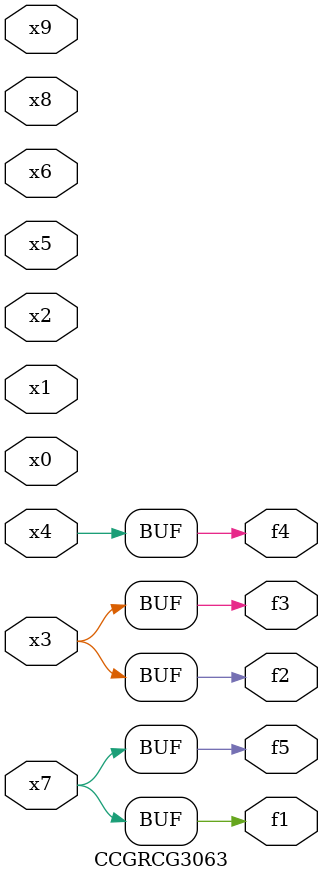
<source format=v>
module CCGRCG3063(
	input x0, x1, x2, x3, x4, x5, x6, x7, x8, x9,
	output f1, f2, f3, f4, f5
);
	assign f1 = x7;
	assign f2 = x3;
	assign f3 = x3;
	assign f4 = x4;
	assign f5 = x7;
endmodule

</source>
